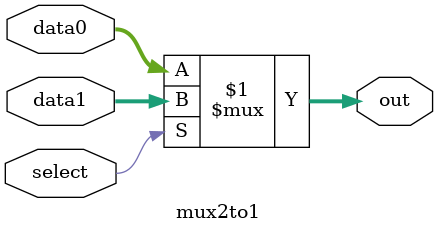
<source format=sv>
`timescale 1ns / 1ps


module mux2to1#(parameter width=32)(
input logic select,
input logic [width-1:0] data0, data1,
output logic [width-1:0] out
    );
    assign out=(select)?data1:data0;
endmodule

</source>
